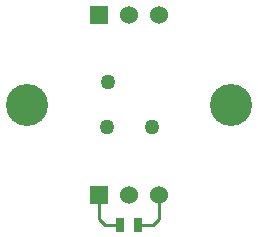
<source format=gbl>
G04 (created by PCBNEW (2013-june-11)-stable) date Tue 08 Apr 2014 06:28:42 PM PDT*
%MOIN*%
G04 Gerber Fmt 3.4, Leading zero omitted, Abs format*
%FSLAX34Y34*%
G01*
G70*
G90*
G04 APERTURE LIST*
%ADD10C,0.00590551*%
%ADD11C,0.05*%
%ADD12C,0.14*%
%ADD13R,0.06X0.06*%
%ADD14C,0.06*%
%ADD15R,0.025X0.045*%
%ADD16C,0.01*%
G04 APERTURE END LIST*
G54D10*
G54D11*
X81580Y-57560D03*
X81560Y-59060D03*
X83060Y-59060D03*
G54D12*
X78900Y-58300D03*
G54D13*
X81300Y-55300D03*
G54D14*
X82300Y-55300D03*
X83300Y-55300D03*
G54D13*
X81300Y-61300D03*
G54D14*
X82300Y-61300D03*
X83300Y-61300D03*
G54D12*
X85700Y-58300D03*
G54D15*
X82600Y-62300D03*
X82000Y-62300D03*
G54D16*
X81300Y-61300D02*
X81300Y-62100D01*
X81500Y-62300D02*
X82000Y-62300D01*
X81300Y-62100D02*
X81500Y-62300D01*
X83300Y-61300D02*
X83300Y-62100D01*
X83100Y-62300D02*
X82600Y-62300D01*
X83300Y-62100D02*
X83100Y-62300D01*
M02*

</source>
